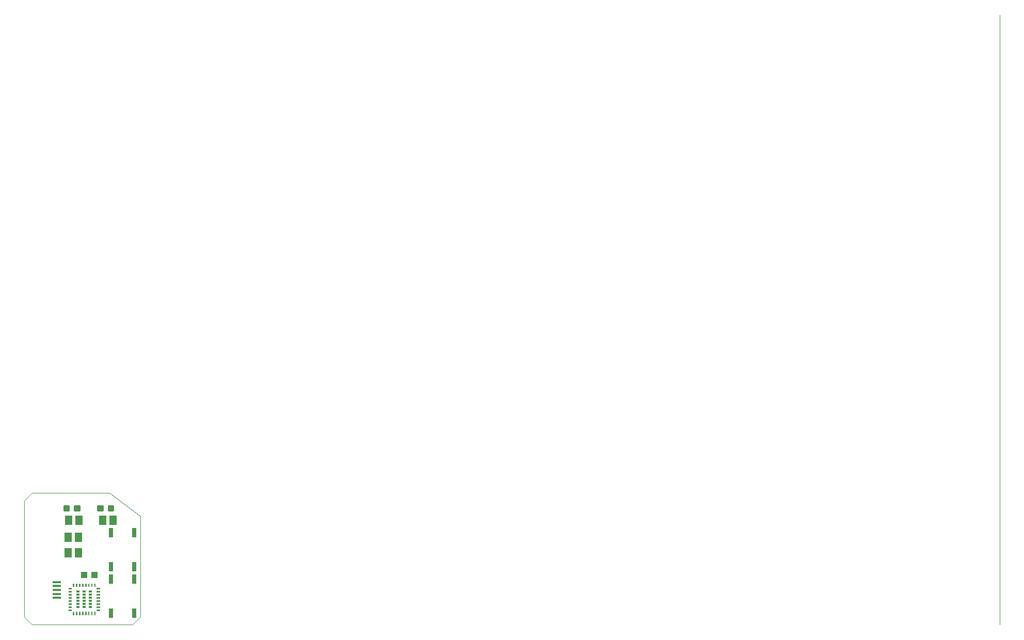
<source format=gtp>
G75*
%MOIN*%
%OFA0B0*%
%FSLAX25Y25*%
%IPPOS*%
%LPD*%
%AMOC8*
5,1,8,0,0,1.08239X$1,22.5*
%
%ADD10C,0.00000*%
%ADD11R,0.04331X0.03937*%
%ADD12C,0.01181*%
%ADD13R,0.03000X0.06000*%
%ADD14R,0.02362X0.01181*%
%ADD15C,0.00400*%
%ADD16R,0.05118X0.05906*%
%ADD17R,0.05315X0.01575*%
D10*
X0010300Y0011300D02*
X0010300Y0086300D01*
X0015300Y0091300D01*
X0065300Y0091300D01*
X0085300Y0076300D01*
X0085300Y0011300D01*
X0080300Y0006300D01*
X0015300Y0006300D01*
X0010300Y0011300D01*
X0640221Y0006300D02*
X0640221Y0400001D01*
D11*
X0055646Y0038300D03*
X0048954Y0038300D03*
D12*
X0045731Y0080122D02*
X0045731Y0082878D01*
X0045731Y0080122D02*
X0042975Y0080122D01*
X0042975Y0082878D01*
X0045731Y0082878D01*
X0045731Y0081302D02*
X0042975Y0081302D01*
X0042975Y0082482D02*
X0045731Y0082482D01*
X0038825Y0082878D02*
X0038825Y0080122D01*
X0036069Y0080122D01*
X0036069Y0082878D01*
X0038825Y0082878D01*
X0038825Y0081302D02*
X0036069Y0081302D01*
X0036069Y0082482D02*
X0038825Y0082482D01*
X0060725Y0082878D02*
X0060725Y0080122D01*
X0057969Y0080122D01*
X0057969Y0082878D01*
X0060725Y0082878D01*
X0060725Y0081302D02*
X0057969Y0081302D01*
X0057969Y0082482D02*
X0060725Y0082482D01*
X0067631Y0082878D02*
X0067631Y0080122D01*
X0064875Y0080122D01*
X0064875Y0082878D01*
X0067631Y0082878D01*
X0067631Y0081302D02*
X0064875Y0081302D01*
X0064875Y0082482D02*
X0067631Y0082482D01*
D13*
X0066300Y0065800D03*
X0081300Y0065800D03*
X0081300Y0043800D03*
X0081300Y0035800D03*
X0066300Y0035800D03*
X0066300Y0043800D03*
X0066300Y0013800D03*
X0081300Y0013800D03*
D14*
X0052737Y0017879D03*
X0052737Y0019847D03*
X0052737Y0021816D03*
X0052737Y0023784D03*
X0052737Y0025753D03*
X0052737Y0027721D03*
X0048800Y0027721D03*
X0048800Y0025753D03*
X0048800Y0023784D03*
X0048800Y0021816D03*
X0048800Y0019847D03*
X0048800Y0017879D03*
X0044863Y0017879D03*
X0044863Y0019847D03*
X0044863Y0021816D03*
X0044863Y0023784D03*
X0044863Y0025753D03*
X0044863Y0027721D03*
D15*
X0044174Y0030969D02*
X0043583Y0030969D01*
X0043583Y0032741D01*
X0044174Y0032741D01*
X0044174Y0030969D01*
X0044174Y0031008D02*
X0043583Y0031008D01*
X0043583Y0031406D02*
X0044174Y0031406D01*
X0044174Y0031805D02*
X0043583Y0031805D01*
X0043583Y0032203D02*
X0044174Y0032203D01*
X0044174Y0032602D02*
X0043583Y0032602D01*
X0042206Y0032602D02*
X0041615Y0032602D01*
X0041615Y0032741D02*
X0042206Y0032741D01*
X0042206Y0030969D01*
X0041812Y0030969D01*
X0041615Y0031166D01*
X0041615Y0032741D01*
X0041615Y0032203D02*
X0042206Y0032203D01*
X0042206Y0031805D02*
X0041615Y0031805D01*
X0041615Y0031406D02*
X0042206Y0031406D01*
X0042206Y0031008D02*
X0041773Y0031008D01*
X0040607Y0029812D02*
X0038859Y0029812D01*
X0038859Y0029985D02*
X0038859Y0029394D01*
X0040631Y0029394D01*
X0040631Y0029788D01*
X0040434Y0029985D01*
X0038859Y0029985D01*
X0038859Y0029414D02*
X0040631Y0029414D01*
X0040631Y0028017D02*
X0040631Y0027426D01*
X0038859Y0027426D01*
X0038859Y0028017D01*
X0040631Y0028017D01*
X0040631Y0027820D02*
X0038859Y0027820D01*
X0038859Y0026048D02*
X0038859Y0025457D01*
X0040631Y0025457D01*
X0040631Y0026048D01*
X0038859Y0026048D01*
X0038859Y0025827D02*
X0040631Y0025827D01*
X0040631Y0024080D02*
X0040631Y0023489D01*
X0038859Y0023489D01*
X0038859Y0024080D01*
X0040631Y0024080D01*
X0040631Y0023834D02*
X0038859Y0023834D01*
X0038859Y0022111D02*
X0038859Y0021520D01*
X0040631Y0021520D01*
X0040631Y0022111D01*
X0038859Y0022111D01*
X0038859Y0021842D02*
X0040631Y0021842D01*
X0040631Y0020143D02*
X0040631Y0019552D01*
X0038859Y0019552D01*
X0038859Y0020143D01*
X0040631Y0020143D01*
X0040631Y0019849D02*
X0038859Y0019849D01*
X0038859Y0018174D02*
X0038859Y0017583D01*
X0040631Y0017583D01*
X0040631Y0018174D01*
X0038859Y0018174D01*
X0038859Y0017857D02*
X0040631Y0017857D01*
X0040631Y0016206D02*
X0038859Y0016206D01*
X0038859Y0015615D01*
X0040434Y0015615D01*
X0040631Y0015812D01*
X0040631Y0016206D01*
X0040631Y0015864D02*
X0038859Y0015864D01*
X0041615Y0014434D02*
X0041812Y0014631D01*
X0042206Y0014631D01*
X0042206Y0012859D01*
X0041615Y0012859D01*
X0041615Y0014434D01*
X0041615Y0014270D02*
X0042206Y0014270D01*
X0042206Y0013872D02*
X0041615Y0013872D01*
X0041615Y0013473D02*
X0042206Y0013473D01*
X0042206Y0013075D02*
X0041615Y0013075D01*
X0043583Y0013075D02*
X0044174Y0013075D01*
X0044174Y0012859D02*
X0043583Y0012859D01*
X0043583Y0014631D01*
X0044174Y0014631D01*
X0044174Y0012859D01*
X0044174Y0013473D02*
X0043583Y0013473D01*
X0043583Y0013872D02*
X0044174Y0013872D01*
X0044174Y0014270D02*
X0043583Y0014270D01*
X0045552Y0014270D02*
X0046143Y0014270D01*
X0046143Y0014631D02*
X0046143Y0012859D01*
X0045552Y0012859D01*
X0045552Y0014631D01*
X0046143Y0014631D01*
X0046143Y0013872D02*
X0045552Y0013872D01*
X0045552Y0013473D02*
X0046143Y0013473D01*
X0046143Y0013075D02*
X0045552Y0013075D01*
X0047520Y0013075D02*
X0048111Y0013075D01*
X0048111Y0012859D02*
X0047520Y0012859D01*
X0047520Y0014631D01*
X0048111Y0014631D01*
X0048111Y0012859D01*
X0048111Y0013473D02*
X0047520Y0013473D01*
X0047520Y0013872D02*
X0048111Y0013872D01*
X0048111Y0014270D02*
X0047520Y0014270D01*
X0049489Y0014270D02*
X0050080Y0014270D01*
X0050080Y0014631D02*
X0050080Y0012859D01*
X0049489Y0012859D01*
X0049489Y0014631D01*
X0050080Y0014631D01*
X0050080Y0013872D02*
X0049489Y0013872D01*
X0049489Y0013473D02*
X0050080Y0013473D01*
X0050080Y0013075D02*
X0049489Y0013075D01*
X0051457Y0013075D02*
X0052048Y0013075D01*
X0052048Y0012859D02*
X0051457Y0012859D01*
X0051457Y0014631D01*
X0052048Y0014631D01*
X0052048Y0012859D01*
X0052048Y0013473D02*
X0051457Y0013473D01*
X0051457Y0013872D02*
X0052048Y0013872D01*
X0052048Y0014270D02*
X0051457Y0014270D01*
X0053426Y0014270D02*
X0054017Y0014270D01*
X0054017Y0014631D02*
X0054017Y0012859D01*
X0053426Y0012859D01*
X0053426Y0014631D01*
X0054017Y0014631D01*
X0054017Y0013872D02*
X0053426Y0013872D01*
X0053426Y0013473D02*
X0054017Y0013473D01*
X0054017Y0013075D02*
X0053426Y0013075D01*
X0055394Y0013075D02*
X0055985Y0013075D01*
X0055985Y0012859D02*
X0055394Y0012859D01*
X0055394Y0014631D01*
X0055788Y0014631D01*
X0055985Y0014434D01*
X0055985Y0012859D01*
X0055985Y0013473D02*
X0055394Y0013473D01*
X0055394Y0013872D02*
X0055985Y0013872D01*
X0055985Y0014270D02*
X0055394Y0014270D01*
X0056969Y0015812D02*
X0056969Y0016206D01*
X0058741Y0016206D01*
X0058741Y0015615D01*
X0057166Y0015615D01*
X0056969Y0015812D01*
X0056969Y0015864D02*
X0058741Y0015864D01*
X0058741Y0017583D02*
X0056969Y0017583D01*
X0056969Y0018174D01*
X0058741Y0018174D01*
X0058741Y0017583D01*
X0058741Y0017857D02*
X0056969Y0017857D01*
X0056969Y0019552D02*
X0056969Y0020143D01*
X0058741Y0020143D01*
X0058741Y0019552D01*
X0056969Y0019552D01*
X0056969Y0019849D02*
X0058741Y0019849D01*
X0058741Y0021520D02*
X0056969Y0021520D01*
X0056969Y0022111D01*
X0058741Y0022111D01*
X0058741Y0021520D01*
X0058741Y0021842D02*
X0056969Y0021842D01*
X0056969Y0023489D02*
X0056969Y0024080D01*
X0058741Y0024080D01*
X0058741Y0023489D01*
X0056969Y0023489D01*
X0056969Y0023834D02*
X0058741Y0023834D01*
X0058741Y0025457D02*
X0056969Y0025457D01*
X0056969Y0026048D01*
X0058741Y0026048D01*
X0058741Y0025457D01*
X0058741Y0025827D02*
X0056969Y0025827D01*
X0056969Y0027426D02*
X0056969Y0028017D01*
X0058741Y0028017D01*
X0058741Y0027426D01*
X0056969Y0027426D01*
X0056969Y0027820D02*
X0058741Y0027820D01*
X0058741Y0029394D02*
X0056969Y0029394D01*
X0056969Y0029788D01*
X0057166Y0029985D01*
X0058741Y0029985D01*
X0058741Y0029394D01*
X0058741Y0029414D02*
X0056969Y0029414D01*
X0056993Y0029812D02*
X0058741Y0029812D01*
X0055985Y0031166D02*
X0055985Y0032741D01*
X0055394Y0032741D01*
X0055394Y0030969D01*
X0055788Y0030969D01*
X0055985Y0031166D01*
X0055827Y0031008D02*
X0055394Y0031008D01*
X0055394Y0031406D02*
X0055985Y0031406D01*
X0055985Y0031805D02*
X0055394Y0031805D01*
X0055394Y0032203D02*
X0055985Y0032203D01*
X0055985Y0032602D02*
X0055394Y0032602D01*
X0054017Y0032602D02*
X0053426Y0032602D01*
X0053426Y0032741D02*
X0054017Y0032741D01*
X0054017Y0030969D01*
X0053426Y0030969D01*
X0053426Y0032741D01*
X0053426Y0032203D02*
X0054017Y0032203D01*
X0054017Y0031805D02*
X0053426Y0031805D01*
X0053426Y0031406D02*
X0054017Y0031406D01*
X0054017Y0031008D02*
X0053426Y0031008D01*
X0052048Y0031008D02*
X0051457Y0031008D01*
X0051457Y0030969D02*
X0051457Y0032741D01*
X0052048Y0032741D01*
X0052048Y0030969D01*
X0051457Y0030969D01*
X0051457Y0031406D02*
X0052048Y0031406D01*
X0052048Y0031805D02*
X0051457Y0031805D01*
X0051457Y0032203D02*
X0052048Y0032203D01*
X0052048Y0032602D02*
X0051457Y0032602D01*
X0050080Y0032602D02*
X0049489Y0032602D01*
X0049489Y0032741D02*
X0050080Y0032741D01*
X0050080Y0030969D01*
X0049489Y0030969D01*
X0049489Y0032741D01*
X0049489Y0032203D02*
X0050080Y0032203D01*
X0050080Y0031805D02*
X0049489Y0031805D01*
X0049489Y0031406D02*
X0050080Y0031406D01*
X0050080Y0031008D02*
X0049489Y0031008D01*
X0048111Y0031008D02*
X0047520Y0031008D01*
X0047520Y0030969D02*
X0047520Y0032741D01*
X0048111Y0032741D01*
X0048111Y0030969D01*
X0047520Y0030969D01*
X0047520Y0031406D02*
X0048111Y0031406D01*
X0048111Y0031805D02*
X0047520Y0031805D01*
X0047520Y0032203D02*
X0048111Y0032203D01*
X0048111Y0032602D02*
X0047520Y0032602D01*
X0046143Y0032602D02*
X0045552Y0032602D01*
X0045552Y0032741D02*
X0046143Y0032741D01*
X0046143Y0030969D01*
X0045552Y0030969D01*
X0045552Y0032741D01*
X0045552Y0032203D02*
X0046143Y0032203D01*
X0046143Y0031805D02*
X0045552Y0031805D01*
X0045552Y0031406D02*
X0046143Y0031406D01*
X0046143Y0031008D02*
X0045552Y0031008D01*
D16*
X0045146Y0052800D03*
X0038454Y0052800D03*
X0038454Y0062800D03*
X0045146Y0062800D03*
X0045446Y0073800D03*
X0038754Y0073800D03*
X0060854Y0073700D03*
X0067546Y0073700D03*
D17*
X0031324Y0033918D03*
X0031324Y0031359D03*
X0031324Y0028800D03*
X0031324Y0026241D03*
X0031324Y0023682D03*
M02*

</source>
